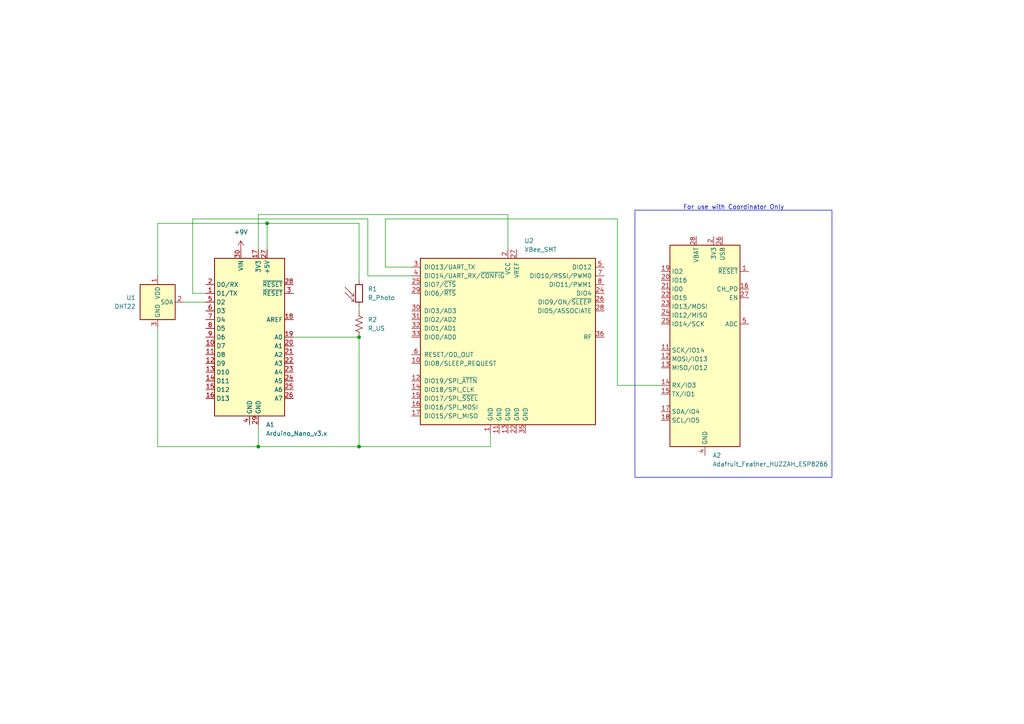
<source format=kicad_sch>
(kicad_sch (version 20230121) (generator eeschema)

  (uuid 68b89a23-f7f1-4aa7-a551-7b9b124fa8ed)

  (paper "A4")

  (title_block
    (title "WSN Module")
    (date "2024-04-28")
    (rev "1.0")
    (company "Bellarmine University")
  )

  (lib_symbols
    (symbol "Device:R_Photo" (pin_numbers hide) (pin_names (offset 0)) (in_bom yes) (on_board yes)
      (property "Reference" "R" (at 1.27 1.27 0)
        (effects (font (size 1.27 1.27)) (justify left))
      )
      (property "Value" "R_Photo" (at 1.27 0 0)
        (effects (font (size 1.27 1.27)) (justify left top))
      )
      (property "Footprint" "" (at 1.27 -6.35 90)
        (effects (font (size 1.27 1.27)) (justify left) hide)
      )
      (property "Datasheet" "~" (at 0 -1.27 0)
        (effects (font (size 1.27 1.27)) hide)
      )
      (property "ki_keywords" "resistor variable light sensitive opto LDR" (at 0 0 0)
        (effects (font (size 1.27 1.27)) hide)
      )
      (property "ki_description" "Photoresistor" (at 0 0 0)
        (effects (font (size 1.27 1.27)) hide)
      )
      (property "ki_fp_filters" "*LDR* R?LDR*" (at 0 0 0)
        (effects (font (size 1.27 1.27)) hide)
      )
      (symbol "R_Photo_0_1"
        (rectangle (start -1.016 2.54) (end 1.016 -2.54)
          (stroke (width 0.254) (type default))
          (fill (type none))
        )
        (polyline
          (pts
            (xy -1.524 -2.286)
            (xy -4.064 0.254)
          )
          (stroke (width 0) (type default))
          (fill (type none))
        )
        (polyline
          (pts
            (xy -1.524 -2.286)
            (xy -2.286 -2.286)
          )
          (stroke (width 0) (type default))
          (fill (type none))
        )
        (polyline
          (pts
            (xy -1.524 -2.286)
            (xy -1.524 -1.524)
          )
          (stroke (width 0) (type default))
          (fill (type none))
        )
        (polyline
          (pts
            (xy -1.524 -0.762)
            (xy -4.064 1.778)
          )
          (stroke (width 0) (type default))
          (fill (type none))
        )
        (polyline
          (pts
            (xy -1.524 -0.762)
            (xy -2.286 -0.762)
          )
          (stroke (width 0) (type default))
          (fill (type none))
        )
        (polyline
          (pts
            (xy -1.524 -0.762)
            (xy -1.524 0)
          )
          (stroke (width 0) (type default))
          (fill (type none))
        )
      )
      (symbol "R_Photo_1_1"
        (pin passive line (at 0 3.81 270) (length 1.27)
          (name "~" (effects (font (size 1.27 1.27))))
          (number "1" (effects (font (size 1.27 1.27))))
        )
        (pin passive line (at 0 -3.81 90) (length 1.27)
          (name "~" (effects (font (size 1.27 1.27))))
          (number "2" (effects (font (size 1.27 1.27))))
        )
      )
    )
    (symbol "Device:R_US" (pin_numbers hide) (pin_names (offset 0)) (in_bom yes) (on_board yes)
      (property "Reference" "R" (at 2.54 0 90)
        (effects (font (size 1.27 1.27)))
      )
      (property "Value" "R_US" (at -2.54 0 90)
        (effects (font (size 1.27 1.27)))
      )
      (property "Footprint" "" (at 1.016 -0.254 90)
        (effects (font (size 1.27 1.27)) hide)
      )
      (property "Datasheet" "~" (at 0 0 0)
        (effects (font (size 1.27 1.27)) hide)
      )
      (property "ki_keywords" "R res resistor" (at 0 0 0)
        (effects (font (size 1.27 1.27)) hide)
      )
      (property "ki_description" "Resistor, US symbol" (at 0 0 0)
        (effects (font (size 1.27 1.27)) hide)
      )
      (property "ki_fp_filters" "R_*" (at 0 0 0)
        (effects (font (size 1.27 1.27)) hide)
      )
      (symbol "R_US_0_1"
        (polyline
          (pts
            (xy 0 -2.286)
            (xy 0 -2.54)
          )
          (stroke (width 0) (type default))
          (fill (type none))
        )
        (polyline
          (pts
            (xy 0 2.286)
            (xy 0 2.54)
          )
          (stroke (width 0) (type default))
          (fill (type none))
        )
        (polyline
          (pts
            (xy 0 -0.762)
            (xy 1.016 -1.143)
            (xy 0 -1.524)
            (xy -1.016 -1.905)
            (xy 0 -2.286)
          )
          (stroke (width 0) (type default))
          (fill (type none))
        )
        (polyline
          (pts
            (xy 0 0.762)
            (xy 1.016 0.381)
            (xy 0 0)
            (xy -1.016 -0.381)
            (xy 0 -0.762)
          )
          (stroke (width 0) (type default))
          (fill (type none))
        )
        (polyline
          (pts
            (xy 0 2.286)
            (xy 1.016 1.905)
            (xy 0 1.524)
            (xy -1.016 1.143)
            (xy 0 0.762)
          )
          (stroke (width 0) (type default))
          (fill (type none))
        )
      )
      (symbol "R_US_1_1"
        (pin passive line (at 0 3.81 270) (length 1.27)
          (name "~" (effects (font (size 1.27 1.27))))
          (number "1" (effects (font (size 1.27 1.27))))
        )
        (pin passive line (at 0 -3.81 90) (length 1.27)
          (name "~" (effects (font (size 1.27 1.27))))
          (number "2" (effects (font (size 1.27 1.27))))
        )
      )
    )
    (symbol "MCU_Module:Adafruit_Feather_HUZZAH_ESP8266" (in_bom yes) (on_board yes)
      (property "Reference" "A" (at -10.16 29.21 0)
        (effects (font (size 1.27 1.27)) (justify left))
      )
      (property "Value" "Adafruit_Feather_HUZZAH_ESP8266" (at 2.54 -31.75 0)
        (effects (font (size 1.27 1.27)) (justify left))
      )
      (property "Footprint" "Module:Adafruit_Feather" (at 2.54 -34.29 0)
        (effects (font (size 1.27 1.27)) (justify left) hide)
      )
      (property "Datasheet" "https://cdn-learn.adafruit.com/downloads/pdf/adafruit-feather-huzzah-esp8266.pdf" (at 0 -30.48 0)
        (effects (font (size 1.27 1.27)) hide)
      )
      (property "ki_keywords" "Adafruit feather microcontroller module USB" (at 0 0 0)
        (effects (font (size 1.27 1.27)) hide)
      )
      (property "ki_description" "Microcontroller module with ESP8266 MCU" (at 0 0 0)
        (effects (font (size 1.27 1.27)) hide)
      )
      (property "ki_fp_filters" "Adafruit*Feather*" (at 0 0 0)
        (effects (font (size 1.27 1.27)) hide)
      )
      (symbol "Adafruit_Feather_HUZZAH_ESP8266_0_1"
        (rectangle (start -10.16 27.94) (end 10.16 -30.48)
          (stroke (width 0.254) (type default))
          (fill (type background))
        )
      )
      (symbol "Adafruit_Feather_HUZZAH_ESP8266_1_1"
        (pin input line (at 12.7 20.32 180) (length 2.54)
          (name "~{RESET}" (effects (font (size 1.27 1.27))))
          (number "1" (effects (font (size 1.27 1.27))))
        )
        (pin no_connect line (at 10.16 -7.62 180) (length 2.54) hide
          (name "NC" (effects (font (size 1.27 1.27))))
          (number "10" (effects (font (size 1.27 1.27))))
        )
        (pin bidirectional line (at -12.7 -2.54 0) (length 2.54)
          (name "SCK/IO14" (effects (font (size 1.27 1.27))))
          (number "11" (effects (font (size 1.27 1.27))))
        )
        (pin bidirectional line (at -12.7 -5.08 0) (length 2.54)
          (name "MOSI/IO13" (effects (font (size 1.27 1.27))))
          (number "12" (effects (font (size 1.27 1.27))))
        )
        (pin bidirectional line (at -12.7 -7.62 0) (length 2.54)
          (name "MISO/IO12" (effects (font (size 1.27 1.27))))
          (number "13" (effects (font (size 1.27 1.27))))
        )
        (pin bidirectional line (at -12.7 -12.7 0) (length 2.54)
          (name "RX/IO3" (effects (font (size 1.27 1.27))))
          (number "14" (effects (font (size 1.27 1.27))))
        )
        (pin bidirectional line (at -12.7 -15.24 0) (length 2.54)
          (name "TX/IO1" (effects (font (size 1.27 1.27))))
          (number "15" (effects (font (size 1.27 1.27))))
        )
        (pin bidirectional line (at 12.7 15.24 180) (length 2.54)
          (name "CH_PD" (effects (font (size 1.27 1.27))))
          (number "16" (effects (font (size 1.27 1.27))))
        )
        (pin bidirectional line (at -12.7 -20.32 0) (length 2.54)
          (name "SDA/IO4" (effects (font (size 1.27 1.27))))
          (number "17" (effects (font (size 1.27 1.27))))
        )
        (pin bidirectional line (at -12.7 -22.86 0) (length 2.54)
          (name "SCL/IO5" (effects (font (size 1.27 1.27))))
          (number "18" (effects (font (size 1.27 1.27))))
        )
        (pin bidirectional line (at -12.7 20.32 0) (length 2.54)
          (name "IO2" (effects (font (size 1.27 1.27))))
          (number "19" (effects (font (size 1.27 1.27))))
        )
        (pin power_in line (at 2.54 30.48 270) (length 2.54)
          (name "3V3" (effects (font (size 1.27 1.27))))
          (number "2" (effects (font (size 1.27 1.27))))
        )
        (pin bidirectional line (at -12.7 17.78 0) (length 2.54)
          (name "IO16" (effects (font (size 1.27 1.27))))
          (number "20" (effects (font (size 1.27 1.27))))
        )
        (pin bidirectional line (at -12.7 15.24 0) (length 2.54)
          (name "IO0" (effects (font (size 1.27 1.27))))
          (number "21" (effects (font (size 1.27 1.27))))
        )
        (pin bidirectional line (at -12.7 12.7 0) (length 2.54)
          (name "IO15" (effects (font (size 1.27 1.27))))
          (number "22" (effects (font (size 1.27 1.27))))
        )
        (pin bidirectional line (at -12.7 10.16 0) (length 2.54)
          (name "IO13/MOSI" (effects (font (size 1.27 1.27))))
          (number "23" (effects (font (size 1.27 1.27))))
        )
        (pin bidirectional line (at -12.7 7.62 0) (length 2.54)
          (name "IO12/MISO" (effects (font (size 1.27 1.27))))
          (number "24" (effects (font (size 1.27 1.27))))
        )
        (pin bidirectional line (at -12.7 5.08 0) (length 2.54)
          (name "IO14/SCK" (effects (font (size 1.27 1.27))))
          (number "25" (effects (font (size 1.27 1.27))))
        )
        (pin power_in line (at 5.08 30.48 270) (length 2.54)
          (name "USB" (effects (font (size 1.27 1.27))))
          (number "26" (effects (font (size 1.27 1.27))))
        )
        (pin input line (at 12.7 12.7 180) (length 2.54)
          (name "EN" (effects (font (size 1.27 1.27))))
          (number "27" (effects (font (size 1.27 1.27))))
        )
        (pin power_in line (at -2.54 30.48 270) (length 2.54)
          (name "VBAT" (effects (font (size 1.27 1.27))))
          (number "28" (effects (font (size 1.27 1.27))))
        )
        (pin no_connect line (at 10.16 10.16 180) (length 2.54) hide
          (name "NC" (effects (font (size 1.27 1.27))))
          (number "3" (effects (font (size 1.27 1.27))))
        )
        (pin power_in line (at 0 -33.02 90) (length 2.54)
          (name "GND" (effects (font (size 1.27 1.27))))
          (number "4" (effects (font (size 1.27 1.27))))
        )
        (pin bidirectional line (at 12.7 5.08 180) (length 2.54)
          (name "ADC" (effects (font (size 1.27 1.27))))
          (number "5" (effects (font (size 1.27 1.27))))
        )
        (pin no_connect line (at 10.16 2.54 180) (length 2.54) hide
          (name "NC" (effects (font (size 1.27 1.27))))
          (number "6" (effects (font (size 1.27 1.27))))
        )
        (pin no_connect line (at 10.16 0 180) (length 2.54) hide
          (name "NC" (effects (font (size 1.27 1.27))))
          (number "7" (effects (font (size 1.27 1.27))))
        )
        (pin no_connect line (at 10.16 -2.54 180) (length 2.54) hide
          (name "NC" (effects (font (size 1.27 1.27))))
          (number "8" (effects (font (size 1.27 1.27))))
        )
        (pin no_connect line (at 10.16 -5.08 180) (length 2.54) hide
          (name "NC" (effects (font (size 1.27 1.27))))
          (number "9" (effects (font (size 1.27 1.27))))
        )
      )
    )
    (symbol "MCU_Module:Arduino_Nano_v3.x" (in_bom yes) (on_board yes)
      (property "Reference" "A" (at -10.16 23.495 0)
        (effects (font (size 1.27 1.27)) (justify left bottom))
      )
      (property "Value" "Arduino_Nano_v3.x" (at 5.08 -24.13 0)
        (effects (font (size 1.27 1.27)) (justify left top))
      )
      (property "Footprint" "Module:Arduino_Nano" (at 0 0 0)
        (effects (font (size 1.27 1.27) italic) hide)
      )
      (property "Datasheet" "http://www.mouser.com/pdfdocs/Gravitech_Arduino_Nano3_0.pdf" (at 0 0 0)
        (effects (font (size 1.27 1.27)) hide)
      )
      (property "ki_keywords" "Arduino nano microcontroller module USB" (at 0 0 0)
        (effects (font (size 1.27 1.27)) hide)
      )
      (property "ki_description" "Arduino Nano v3.x" (at 0 0 0)
        (effects (font (size 1.27 1.27)) hide)
      )
      (property "ki_fp_filters" "Arduino*Nano*" (at 0 0 0)
        (effects (font (size 1.27 1.27)) hide)
      )
      (symbol "Arduino_Nano_v3.x_0_1"
        (rectangle (start -10.16 22.86) (end 10.16 -22.86)
          (stroke (width 0.254) (type default))
          (fill (type background))
        )
      )
      (symbol "Arduino_Nano_v3.x_1_1"
        (pin bidirectional line (at -12.7 12.7 0) (length 2.54)
          (name "D1/TX" (effects (font (size 1.27 1.27))))
          (number "1" (effects (font (size 1.27 1.27))))
        )
        (pin bidirectional line (at -12.7 -2.54 0) (length 2.54)
          (name "D7" (effects (font (size 1.27 1.27))))
          (number "10" (effects (font (size 1.27 1.27))))
        )
        (pin bidirectional line (at -12.7 -5.08 0) (length 2.54)
          (name "D8" (effects (font (size 1.27 1.27))))
          (number "11" (effects (font (size 1.27 1.27))))
        )
        (pin bidirectional line (at -12.7 -7.62 0) (length 2.54)
          (name "D9" (effects (font (size 1.27 1.27))))
          (number "12" (effects (font (size 1.27 1.27))))
        )
        (pin bidirectional line (at -12.7 -10.16 0) (length 2.54)
          (name "D10" (effects (font (size 1.27 1.27))))
          (number "13" (effects (font (size 1.27 1.27))))
        )
        (pin bidirectional line (at -12.7 -12.7 0) (length 2.54)
          (name "D11" (effects (font (size 1.27 1.27))))
          (number "14" (effects (font (size 1.27 1.27))))
        )
        (pin bidirectional line (at -12.7 -15.24 0) (length 2.54)
          (name "D12" (effects (font (size 1.27 1.27))))
          (number "15" (effects (font (size 1.27 1.27))))
        )
        (pin bidirectional line (at -12.7 -17.78 0) (length 2.54)
          (name "D13" (effects (font (size 1.27 1.27))))
          (number "16" (effects (font (size 1.27 1.27))))
        )
        (pin power_out line (at 2.54 25.4 270) (length 2.54)
          (name "3V3" (effects (font (size 1.27 1.27))))
          (number "17" (effects (font (size 1.27 1.27))))
        )
        (pin input line (at 12.7 5.08 180) (length 2.54)
          (name "AREF" (effects (font (size 1.27 1.27))))
          (number "18" (effects (font (size 1.27 1.27))))
        )
        (pin bidirectional line (at 12.7 0 180) (length 2.54)
          (name "A0" (effects (font (size 1.27 1.27))))
          (number "19" (effects (font (size 1.27 1.27))))
        )
        (pin bidirectional line (at -12.7 15.24 0) (length 2.54)
          (name "D0/RX" (effects (font (size 1.27 1.27))))
          (number "2" (effects (font (size 1.27 1.27))))
        )
        (pin bidirectional line (at 12.7 -2.54 180) (length 2.54)
          (name "A1" (effects (font (size 1.27 1.27))))
          (number "20" (effects (font (size 1.27 1.27))))
        )
        (pin bidirectional line (at 12.7 -5.08 180) (length 2.54)
          (name "A2" (effects (font (size 1.27 1.27))))
          (number "21" (effects (font (size 1.27 1.27))))
        )
        (pin bidirectional line (at 12.7 -7.62 180) (length 2.54)
          (name "A3" (effects (font (size 1.27 1.27))))
          (number "22" (effects (font (size 1.27 1.27))))
        )
        (pin bidirectional line (at 12.7 -10.16 180) (length 2.54)
          (name "A4" (effects (font (size 1.27 1.27))))
          (number "23" (effects (font (size 1.27 1.27))))
        )
        (pin bidirectional line (at 12.7 -12.7 180) (length 2.54)
          (name "A5" (effects (font (size 1.27 1.27))))
          (number "24" (effects (font (size 1.27 1.27))))
        )
        (pin bidirectional line (at 12.7 -15.24 180) (length 2.54)
          (name "A6" (effects (font (size 1.27 1.27))))
          (number "25" (effects (font (size 1.27 1.27))))
        )
        (pin bidirectional line (at 12.7 -17.78 180) (length 2.54)
          (name "A7" (effects (font (size 1.27 1.27))))
          (number "26" (effects (font (size 1.27 1.27))))
        )
        (pin power_out line (at 5.08 25.4 270) (length 2.54)
          (name "+5V" (effects (font (size 1.27 1.27))))
          (number "27" (effects (font (size 1.27 1.27))))
        )
        (pin input line (at 12.7 15.24 180) (length 2.54)
          (name "~{RESET}" (effects (font (size 1.27 1.27))))
          (number "28" (effects (font (size 1.27 1.27))))
        )
        (pin power_in line (at 2.54 -25.4 90) (length 2.54)
          (name "GND" (effects (font (size 1.27 1.27))))
          (number "29" (effects (font (size 1.27 1.27))))
        )
        (pin input line (at 12.7 12.7 180) (length 2.54)
          (name "~{RESET}" (effects (font (size 1.27 1.27))))
          (number "3" (effects (font (size 1.27 1.27))))
        )
        (pin power_in line (at -2.54 25.4 270) (length 2.54)
          (name "VIN" (effects (font (size 1.27 1.27))))
          (number "30" (effects (font (size 1.27 1.27))))
        )
        (pin power_in line (at 0 -25.4 90) (length 2.54)
          (name "GND" (effects (font (size 1.27 1.27))))
          (number "4" (effects (font (size 1.27 1.27))))
        )
        (pin bidirectional line (at -12.7 10.16 0) (length 2.54)
          (name "D2" (effects (font (size 1.27 1.27))))
          (number "5" (effects (font (size 1.27 1.27))))
        )
        (pin bidirectional line (at -12.7 7.62 0) (length 2.54)
          (name "D3" (effects (font (size 1.27 1.27))))
          (number "6" (effects (font (size 1.27 1.27))))
        )
        (pin bidirectional line (at -12.7 5.08 0) (length 2.54)
          (name "D4" (effects (font (size 1.27 1.27))))
          (number "7" (effects (font (size 1.27 1.27))))
        )
        (pin bidirectional line (at -12.7 2.54 0) (length 2.54)
          (name "D5" (effects (font (size 1.27 1.27))))
          (number "8" (effects (font (size 1.27 1.27))))
        )
        (pin bidirectional line (at -12.7 0 0) (length 2.54)
          (name "D6" (effects (font (size 1.27 1.27))))
          (number "9" (effects (font (size 1.27 1.27))))
        )
      )
    )
    (symbol "RF_ZigBee:XBee_SMT" (pin_names (offset 1.016)) (in_bom yes) (on_board yes)
      (property "Reference" "U" (at -24.384 26.162 0)
        (effects (font (size 1.27 1.27)))
      )
      (property "Value" "XBee_SMT" (at -20.828 24.384 0)
        (effects (font (size 1.27 1.27)))
      )
      (property "Footprint" "RF_Module:Digi_XBee_SMT" (at 21.336 -26.924 0)
        (effects (font (size 1.27 1.27)) hide)
      )
      (property "Datasheet" "http://www.digi.com/resources/documentation/digidocs/pdfs/90002126.pdf" (at 0 -10.16 0)
        (effects (font (size 1.27 1.27)) hide)
      )
      (property "ki_keywords" "Digi XBee" (at 0 0 0)
        (effects (font (size 1.27 1.27)) hide)
      )
      (property "ki_description" "Digi Xbee SMT RF module" (at 0 0 0)
        (effects (font (size 1.27 1.27)) hide)
      )
      (property "ki_fp_filters" "Digi*XBee*SMT*" (at 0 0 0)
        (effects (font (size 1.27 1.27)) hide)
      )
      (symbol "XBee_SMT_0_1"
        (rectangle (start -25.4 22.86) (end 25.4 -25.4)
          (stroke (width 0.254) (type default))
          (fill (type background))
        )
      )
      (symbol "XBee_SMT_1_1"
        (pin power_in line (at -5.08 -27.94 90) (length 2.54)
          (name "GND" (effects (font (size 1.27 1.27))))
          (number "1" (effects (font (size 1.27 1.27))))
        )
        (pin bidirectional line (at -27.94 -7.62 0) (length 2.54)
          (name "DIO8/SLEEP_REQUEST" (effects (font (size 1.27 1.27))))
          (number "10" (effects (font (size 1.27 1.27))))
        )
        (pin power_in line (at -2.54 -27.94 90) (length 2.54)
          (name "GND" (effects (font (size 1.27 1.27))))
          (number "11" (effects (font (size 1.27 1.27))))
        )
        (pin output line (at -27.94 -12.7 0) (length 2.54)
          (name "DIO19/SPI_~{ATTN}" (effects (font (size 1.27 1.27))))
          (number "12" (effects (font (size 1.27 1.27))))
        )
        (pin power_in line (at 0 -27.94 90) (length 2.54)
          (name "GND" (effects (font (size 1.27 1.27))))
          (number "13" (effects (font (size 1.27 1.27))))
        )
        (pin input line (at -27.94 -15.24 0) (length 2.54)
          (name "DIO18/SPI_CLK" (effects (font (size 1.27 1.27))))
          (number "14" (effects (font (size 1.27 1.27))))
        )
        (pin input line (at -27.94 -17.78 0) (length 2.54)
          (name "DIO17/SPI_~{SSEL}" (effects (font (size 1.27 1.27))))
          (number "15" (effects (font (size 1.27 1.27))))
        )
        (pin input line (at -27.94 -20.32 0) (length 2.54)
          (name "DIO16/SPI_MOSI" (effects (font (size 1.27 1.27))))
          (number "16" (effects (font (size 1.27 1.27))))
        )
        (pin output line (at -27.94 -22.86 0) (length 2.54)
          (name "DIO15/SPI_MISO" (effects (font (size 1.27 1.27))))
          (number "17" (effects (font (size 1.27 1.27))))
        )
        (pin no_connect line (at 25.4 -20.32 180) (length 2.54) hide
          (name "NC" (effects (font (size 1.27 1.27))))
          (number "18" (effects (font (size 1.27 1.27))))
        )
        (pin no_connect line (at 25.4 -17.78 180) (length 2.54) hide
          (name "NC" (effects (font (size 1.27 1.27))))
          (number "19" (effects (font (size 1.27 1.27))))
        )
        (pin power_in line (at 0 25.4 270) (length 2.54)
          (name "VCC" (effects (font (size 1.27 1.27))))
          (number "2" (effects (font (size 1.27 1.27))))
        )
        (pin no_connect line (at 25.4 -15.24 180) (length 2.54) hide
          (name "NC" (effects (font (size 1.27 1.27))))
          (number "20" (effects (font (size 1.27 1.27))))
        )
        (pin no_connect line (at 25.4 -12.7 180) (length 2.54) hide
          (name "NC" (effects (font (size 1.27 1.27))))
          (number "21" (effects (font (size 1.27 1.27))))
        )
        (pin power_in line (at 2.54 -27.94 90) (length 2.54)
          (name "GND" (effects (font (size 1.27 1.27))))
          (number "22" (effects (font (size 1.27 1.27))))
        )
        (pin no_connect line (at 25.4 -10.16 180) (length 2.54) hide
          (name "NC" (effects (font (size 1.27 1.27))))
          (number "23" (effects (font (size 1.27 1.27))))
        )
        (pin bidirectional line (at 27.94 12.7 180) (length 2.54)
          (name "DIO4" (effects (font (size 1.27 1.27))))
          (number "24" (effects (font (size 1.27 1.27))))
        )
        (pin bidirectional line (at -27.94 15.24 0) (length 2.54)
          (name "DIO7/~{CTS}" (effects (font (size 1.27 1.27))))
          (number "25" (effects (font (size 1.27 1.27))))
        )
        (pin bidirectional line (at 27.94 10.16 180) (length 2.54)
          (name "DIO9/ON/~{SLEEP}" (effects (font (size 1.27 1.27))))
          (number "26" (effects (font (size 1.27 1.27))))
        )
        (pin input line (at 2.54 25.4 270) (length 2.54)
          (name "VREF" (effects (font (size 1.27 1.27))))
          (number "27" (effects (font (size 1.27 1.27))))
        )
        (pin bidirectional line (at 27.94 7.62 180) (length 2.54)
          (name "DIO5/ASSOCIATE" (effects (font (size 1.27 1.27))))
          (number "28" (effects (font (size 1.27 1.27))))
        )
        (pin bidirectional line (at -27.94 12.7 0) (length 2.54)
          (name "DIO6/~{RTS}" (effects (font (size 1.27 1.27))))
          (number "29" (effects (font (size 1.27 1.27))))
        )
        (pin bidirectional line (at -27.94 20.32 0) (length 2.54)
          (name "DIO13/UART_TX" (effects (font (size 1.27 1.27))))
          (number "3" (effects (font (size 1.27 1.27))))
        )
        (pin bidirectional line (at -27.94 7.62 0) (length 2.54)
          (name "DIO3/AD3" (effects (font (size 1.27 1.27))))
          (number "30" (effects (font (size 1.27 1.27))))
        )
        (pin bidirectional line (at -27.94 5.08 0) (length 2.54)
          (name "DIO2/AD2" (effects (font (size 1.27 1.27))))
          (number "31" (effects (font (size 1.27 1.27))))
        )
        (pin bidirectional line (at -27.94 2.54 0) (length 2.54)
          (name "DIO1/AD1" (effects (font (size 1.27 1.27))))
          (number "32" (effects (font (size 1.27 1.27))))
        )
        (pin bidirectional line (at -27.94 0 0) (length 2.54)
          (name "DIO0/AD0" (effects (font (size 1.27 1.27))))
          (number "33" (effects (font (size 1.27 1.27))))
        )
        (pin no_connect line (at 25.4 -7.62 180) (length 2.54) hide
          (name "NC" (effects (font (size 1.27 1.27))))
          (number "34" (effects (font (size 1.27 1.27))))
        )
        (pin power_in line (at 5.08 -27.94 90) (length 2.54)
          (name "GND" (effects (font (size 1.27 1.27))))
          (number "35" (effects (font (size 1.27 1.27))))
        )
        (pin bidirectional line (at 27.94 0 180) (length 2.54)
          (name "RF" (effects (font (size 1.27 1.27))))
          (number "36" (effects (font (size 1.27 1.27))))
        )
        (pin no_connect line (at 25.4 -5.08 180) (length 2.54) hide
          (name "NC" (effects (font (size 1.27 1.27))))
          (number "37" (effects (font (size 1.27 1.27))))
        )
        (pin bidirectional line (at -27.94 17.78 0) (length 2.54)
          (name "DIO14/UART_RX/~{CONFIG}" (effects (font (size 1.27 1.27))))
          (number "4" (effects (font (size 1.27 1.27))))
        )
        (pin bidirectional line (at 27.94 20.32 180) (length 2.54)
          (name "DIO12" (effects (font (size 1.27 1.27))))
          (number "5" (effects (font (size 1.27 1.27))))
        )
        (pin bidirectional line (at -27.94 -5.08 0) (length 2.54)
          (name "RESET/OD_OUT" (effects (font (size 1.27 1.27))))
          (number "6" (effects (font (size 1.27 1.27))))
        )
        (pin bidirectional line (at 27.94 17.78 180) (length 2.54)
          (name "DIO10/RSSI/PWM0" (effects (font (size 1.27 1.27))))
          (number "7" (effects (font (size 1.27 1.27))))
        )
        (pin bidirectional line (at 27.94 15.24 180) (length 2.54)
          (name "DIO11/PWM1" (effects (font (size 1.27 1.27))))
          (number "8" (effects (font (size 1.27 1.27))))
        )
        (pin no_connect line (at 25.4 -22.86 180) (length 2.54) hide
          (name "NC" (effects (font (size 1.27 1.27))))
          (number "9" (effects (font (size 1.27 1.27))))
        )
      )
    )
    (symbol "Sensor:AM2302" (in_bom yes) (on_board yes)
      (property "Reference" "U" (at -3.81 6.35 0)
        (effects (font (size 1.27 1.27)))
      )
      (property "Value" "AM2302" (at 3.81 6.35 0)
        (effects (font (size 1.27 1.27)))
      )
      (property "Footprint" "Sensor:ASAIR_AM2302_P2.54mm_Vertical" (at 0 -10.16 0)
        (effects (font (size 1.27 1.27)) hide)
      )
      (property "Datasheet" "http://akizukidenshi.com/download/ds/aosong/AM2302.pdf" (at 3.81 6.35 0)
        (effects (font (size 1.27 1.27)) hide)
      )
      (property "ki_keywords" "digital sensor" (at 0 0 0)
        (effects (font (size 1.27 1.27)) hide)
      )
      (property "ki_description" "3.3 to 5.0V, Temperature and humidity module,  DHT22, AM2302" (at 0 0 0)
        (effects (font (size 1.27 1.27)) hide)
      )
      (property "ki_fp_filters" "ASAIR*AM2302*P2.54mm*" (at 0 0 0)
        (effects (font (size 1.27 1.27)) hide)
      )
      (symbol "AM2302_0_1"
        (rectangle (start -5.08 5.08) (end 5.08 -5.08)
          (stroke (width 0.254) (type default))
          (fill (type background))
        )
      )
      (symbol "AM2302_1_1"
        (pin power_in line (at 0 7.62 270) (length 2.54)
          (name "VDD" (effects (font (size 1.27 1.27))))
          (number "1" (effects (font (size 1.27 1.27))))
        )
        (pin bidirectional line (at 7.62 0 180) (length 2.54)
          (name "SDA" (effects (font (size 1.27 1.27))))
          (number "2" (effects (font (size 1.27 1.27))))
        )
        (pin power_in line (at 0 -7.62 90) (length 2.54)
          (name "GND" (effects (font (size 1.27 1.27))))
          (number "3" (effects (font (size 1.27 1.27))))
        )
        (pin passive line (at 0 -7.62 90) (length 2.54) hide
          (name "GND" (effects (font (size 1.27 1.27))))
          (number "4" (effects (font (size 1.27 1.27))))
        )
      )
    )
    (symbol "power:+9V" (power) (pin_names (offset 0)) (in_bom yes) (on_board yes)
      (property "Reference" "#PWR" (at 0 -3.81 0)
        (effects (font (size 1.27 1.27)) hide)
      )
      (property "Value" "+9V" (at 0 3.556 0)
        (effects (font (size 1.27 1.27)))
      )
      (property "Footprint" "" (at 0 0 0)
        (effects (font (size 1.27 1.27)) hide)
      )
      (property "Datasheet" "" (at 0 0 0)
        (effects (font (size 1.27 1.27)) hide)
      )
      (property "ki_keywords" "global power" (at 0 0 0)
        (effects (font (size 1.27 1.27)) hide)
      )
      (property "ki_description" "Power symbol creates a global label with name \"+9V\"" (at 0 0 0)
        (effects (font (size 1.27 1.27)) hide)
      )
      (symbol "+9V_0_1"
        (polyline
          (pts
            (xy -0.762 1.27)
            (xy 0 2.54)
          )
          (stroke (width 0) (type default))
          (fill (type none))
        )
        (polyline
          (pts
            (xy 0 0)
            (xy 0 2.54)
          )
          (stroke (width 0) (type default))
          (fill (type none))
        )
        (polyline
          (pts
            (xy 0 2.54)
            (xy 0.762 1.27)
          )
          (stroke (width 0) (type default))
          (fill (type none))
        )
      )
      (symbol "+9V_1_1"
        (pin power_in line (at 0 0 90) (length 0) hide
          (name "+9V" (effects (font (size 1.27 1.27))))
          (number "1" (effects (font (size 1.27 1.27))))
        )
      )
    )
  )

  (junction (at 77.47 64.77) (diameter 0) (color 0 0 0 0)
    (uuid 184b0db0-e240-4f33-9b45-111cf94f14ec)
  )
  (junction (at 74.93 129.54) (diameter 0) (color 0 0 0 0)
    (uuid 3d47db33-284b-432b-b101-7a742131016d)
  )
  (junction (at 104.14 129.54) (diameter 0) (color 0 0 0 0)
    (uuid a03ffa9d-d915-4a54-b80f-83c095972e23)
  )
  (junction (at 104.14 97.79) (diameter 0) (color 0 0 0 0)
    (uuid c8090564-b882-49b2-b664-5fd031d3ba64)
  )

  (wire (pts (xy 106.68 80.01) (xy 106.68 63.5))
    (stroke (width 0) (type default))
    (uuid 12f4c819-6c62-4b7b-acb4-2854f3a38678)
  )
  (wire (pts (xy 45.72 80.01) (xy 45.72 64.77))
    (stroke (width 0) (type default))
    (uuid 13fd3578-2767-4443-80af-1a74ff2d9a82)
  )
  (wire (pts (xy 179.07 63.5) (xy 179.07 111.76))
    (stroke (width 0) (type default))
    (uuid 190bc2af-fb5e-48df-80dd-3b874f7bb53a)
  )
  (wire (pts (xy 142.24 129.54) (xy 142.24 125.73))
    (stroke (width 0) (type default))
    (uuid 22987f08-7488-4247-9135-28668041a07d)
  )
  (wire (pts (xy 104.14 129.54) (xy 142.24 129.54))
    (stroke (width 0) (type default))
    (uuid 24f5de8d-0733-448f-bf83-e5c277436f35)
  )
  (wire (pts (xy 45.72 64.77) (xy 77.47 64.77))
    (stroke (width 0) (type default))
    (uuid 2981dfac-3325-45a6-8be4-79ae81731dd2)
  )
  (wire (pts (xy 119.38 80.01) (xy 106.68 80.01))
    (stroke (width 0) (type default))
    (uuid 355587a5-15f9-4df5-8081-b59fd285ef5d)
  )
  (wire (pts (xy 104.14 97.79) (xy 104.14 129.54))
    (stroke (width 0) (type default))
    (uuid 3896e871-2464-426d-a3b3-bb7b79423e82)
  )
  (wire (pts (xy 111.76 63.5) (xy 179.07 63.5))
    (stroke (width 0) (type default))
    (uuid 4a889956-7c72-4e5b-807e-f216302ae3a4)
  )
  (wire (pts (xy 111.76 77.47) (xy 111.76 63.5))
    (stroke (width 0) (type default))
    (uuid 5b2b7fb6-f85b-4f60-9c09-a71e4a6c372d)
  )
  (wire (pts (xy 104.14 129.54) (xy 74.93 129.54))
    (stroke (width 0) (type default))
    (uuid 66157b00-6f3e-43c6-a81d-3c25a9390e58)
  )
  (wire (pts (xy 147.32 72.39) (xy 147.32 62.23))
    (stroke (width 0) (type default))
    (uuid 6f353524-7889-4b15-998b-78c022a8b8e6)
  )
  (wire (pts (xy 59.69 85.09) (xy 55.88 85.09))
    (stroke (width 0) (type default))
    (uuid 799a82f3-28ef-4ce0-a7a4-f31506b36f3e)
  )
  (wire (pts (xy 45.72 129.54) (xy 74.93 129.54))
    (stroke (width 0) (type default))
    (uuid 944d0632-5153-4945-a308-c8c2a8b99f73)
  )
  (wire (pts (xy 53.34 87.63) (xy 59.69 87.63))
    (stroke (width 0) (type default))
    (uuid 95eae4f8-29a5-49b8-b6ed-b732acbcd114)
  )
  (wire (pts (xy 106.68 63.5) (xy 55.88 63.5))
    (stroke (width 0) (type default))
    (uuid a9885605-9ebe-46a3-86f0-9f51f328bb54)
  )
  (wire (pts (xy 147.32 62.23) (xy 74.93 62.23))
    (stroke (width 0) (type default))
    (uuid aa427cc4-dbb8-4267-9455-92b270eb4030)
  )
  (wire (pts (xy 104.14 64.77) (xy 77.47 64.77))
    (stroke (width 0) (type default))
    (uuid d07d1b51-a32f-45b1-b9b2-d2d466634c91)
  )
  (wire (pts (xy 104.14 88.9) (xy 104.14 90.17))
    (stroke (width 0) (type default))
    (uuid d7aea899-2577-4724-acbc-4bbb3b655528)
  )
  (wire (pts (xy 77.47 64.77) (xy 77.47 72.39))
    (stroke (width 0) (type default))
    (uuid de68af17-aa0e-4cf7-a337-a8a5095da7a7)
  )
  (wire (pts (xy 45.72 95.25) (xy 45.72 129.54))
    (stroke (width 0) (type default))
    (uuid dec293f6-3799-4fcf-929f-fe4dcc70535d)
  )
  (wire (pts (xy 55.88 85.09) (xy 55.88 63.5))
    (stroke (width 0) (type default))
    (uuid e05635fb-41c3-498a-93bc-65047cceeaaa)
  )
  (wire (pts (xy 85.09 97.79) (xy 104.14 97.79))
    (stroke (width 0) (type default))
    (uuid e17f7f7d-043d-48cd-83a7-d63dc0d82361)
  )
  (wire (pts (xy 74.93 129.54) (xy 74.93 123.19))
    (stroke (width 0) (type default))
    (uuid e514de6a-c9bc-474d-b273-ad89c04b742c)
  )
  (wire (pts (xy 104.14 64.77) (xy 104.14 81.28))
    (stroke (width 0) (type default))
    (uuid e96f6a73-4a99-474f-be46-3405376258c3)
  )
  (wire (pts (xy 119.38 77.47) (xy 111.76 77.47))
    (stroke (width 0) (type default))
    (uuid eb06bd21-8de2-4044-a13a-08b572f9d47d)
  )
  (wire (pts (xy 74.93 62.23) (xy 74.93 72.39))
    (stroke (width 0) (type default))
    (uuid edaa1171-b1f3-4c05-8fcf-baf30d8898b7)
  )
  (wire (pts (xy 179.07 111.76) (xy 191.77 111.76))
    (stroke (width 0) (type default))
    (uuid fc7c6138-6fa6-4758-9d29-4447ac36fa39)
  )

  (rectangle (start 184.15 60.96) (end 241.3 138.43)
    (stroke (width 0) (type default))
    (fill (type none))
    (uuid 2c3111bd-efe9-42d4-a1b7-dd62b3a48b4f)
  )

  (text "For use with Coordinator Only" (at 198.12 60.96 0)
    (effects (font (size 1.27 1.27)) (justify left bottom))
    (uuid 63f42ddf-fc3d-4d1e-805c-deb8a712f419)
  )

  (symbol (lib_id "RF_ZigBee:XBee_SMT") (at 147.32 97.79 0) (unit 1)
    (in_bom yes) (on_board yes) (dnp no) (fields_autoplaced)
    (uuid 205e24d0-01d4-40b9-8bd5-a29c6897998f)
    (property "Reference" "U2" (at 152.0541 69.85 0)
      (effects (font (size 1.27 1.27)) (justify left))
    )
    (property "Value" "XBee_SMT" (at 152.0541 72.39 0)
      (effects (font (size 1.27 1.27)) (justify left))
    )
    (property "Footprint" "RF_Module:Digi_XBee_SMT" (at 168.656 124.714 0)
      (effects (font (size 1.27 1.27)) hide)
    )
    (property "Datasheet" "http://www.digi.com/resources/documentation/digidocs/pdfs/90002126.pdf" (at 147.32 107.95 0)
      (effects (font (size 1.27 1.27)) hide)
    )
    (pin "35" (uuid 8e903c68-d539-4906-be2b-0cd8bae3adf5))
    (pin "1" (uuid 9109e6e0-d5a7-48ef-895e-16000caf3eb9))
    (pin "25" (uuid 15c5ced2-f643-4006-ab30-abfb8f76118c))
    (pin "4" (uuid 757b6a0e-f974-4be3-92df-517cbf9b9b4c))
    (pin "14" (uuid e7958fc3-9908-41fc-a249-720c40f5957c))
    (pin "23" (uuid 97fd656a-40ce-4c7c-93f0-028e70a5e90d))
    (pin "31" (uuid 00164130-270e-454b-a2f5-f8371adca07e))
    (pin "20" (uuid 6f7bc669-280f-4ec4-a32d-f0385202f726))
    (pin "21" (uuid c9fffe58-3e96-4e48-8cf8-ecdecc32a375))
    (pin "26" (uuid 8c1c60e1-a262-47b8-9db3-d0e15a8c1599))
    (pin "19" (uuid ca6ad7ea-5095-44b8-ab8a-88be989a7322))
    (pin "22" (uuid 8651a242-9b45-4ee0-953e-878f9243ff3e))
    (pin "18" (uuid 0ddc87f8-694d-4fb6-aeb0-ace08c335036))
    (pin "28" (uuid b9f08488-071d-45cd-8fd7-6ae12d3cbeb6))
    (pin "8" (uuid 6c4cf7d4-5704-47a4-aed3-c8f4eadcc0ba))
    (pin "6" (uuid 4dfd1430-90bf-4322-9a6f-bd468ce3a022))
    (pin "15" (uuid dcf4aeb4-5397-4471-850a-47f289e752b6))
    (pin "24" (uuid 3cbb934d-414a-4ee9-8e0e-d6e57ff28b8f))
    (pin "30" (uuid 21e87ab5-15b9-4dbb-94fe-d85edb99f740))
    (pin "10" (uuid af997baa-ceb0-4aeb-ab73-7636c82eecc3))
    (pin "5" (uuid b5f3056c-3fb7-45b7-a996-d621a79b8dbe))
    (pin "12" (uuid ca84bf3d-6c82-40e3-a145-aeebe7aaccc6))
    (pin "2" (uuid 7be8e08a-8cfe-49f2-89ee-39c6e32034f8))
    (pin "17" (uuid 63c9f194-88b6-41ee-82ed-b0be33969630))
    (pin "9" (uuid a8382d29-0ea2-4241-9232-014c1147e574))
    (pin "29" (uuid bbf20213-82e0-427a-9297-6ca11e4bf264))
    (pin "3" (uuid 2ed710ed-1103-44ac-b982-379cae8353e2))
    (pin "34" (uuid d754abcc-0659-4960-b285-5fe37c3da661))
    (pin "36" (uuid 09cf3622-5502-485d-8a19-5de1989af5f7))
    (pin "16" (uuid 3d11e1bc-d0ca-4e0b-b01e-85405fb8028a))
    (pin "32" (uuid 0cff330a-afe2-4ce5-8473-b491209dc7a8))
    (pin "37" (uuid 1910c6b1-903c-4551-8042-b390a6a4f845))
    (pin "7" (uuid 52cbe7e2-406c-44cd-bd30-34c5dbabf4bd))
    (pin "33" (uuid d99134f8-56f4-4120-ad04-01551ed3f2dc))
    (pin "11" (uuid 30f9093d-1642-434f-a965-1ffef3bc4986))
    (pin "13" (uuid e0fb301b-9983-4890-b0ee-ef6e8d52096d))
    (pin "27" (uuid 67e092f8-28e2-4180-80fd-4620511960ff))
    (instances
      (project "zigbee"
        (path "/68b89a23-f7f1-4aa7-a551-7b9b124fa8ed"
          (reference "U2") (unit 1)
        )
      )
    )
  )

  (symbol (lib_id "MCU_Module:Adafruit_Feather_HUZZAH_ESP8266") (at 204.47 99.06 0) (unit 1)
    (in_bom yes) (on_board yes) (dnp no) (fields_autoplaced)
    (uuid 2caf56d8-f653-4a50-932d-9227d59fa31f)
    (property "Reference" "A2" (at 206.6641 132.08 0)
      (effects (font (size 1.27 1.27)) (justify left))
    )
    (property "Value" "Adafruit_Feather_HUZZAH_ESP8266" (at 206.6641 134.62 0)
      (effects (font (size 1.27 1.27)) (justify left))
    )
    (property "Footprint" "Module:Adafruit_Feather" (at 207.01 133.35 0)
      (effects (font (size 1.27 1.27)) (justify left) hide)
    )
    (property "Datasheet" "https://cdn-learn.adafruit.com/downloads/pdf/adafruit-feather-huzzah-esp8266.pdf" (at 204.47 129.54 0)
      (effects (font (size 1.27 1.27)) hide)
    )
    (pin "11" (uuid 6b4b82a6-5eb6-4ce7-9b7f-7223be5ac026))
    (pin "6" (uuid fb192a47-6a15-41bc-81de-c6072ba38615))
    (pin "9" (uuid 371f7b49-0cb2-4a11-8bf2-d656e99f0354))
    (pin "17" (uuid 089a1c3a-e7ea-4bf6-a3ac-041c8b49b527))
    (pin "5" (uuid fa2c3278-9327-4964-b414-1a79d2c7c8f5))
    (pin "21" (uuid 0d017652-2a2d-4fae-99bb-d2db9294b8f4))
    (pin "26" (uuid 07ca9281-a487-42a8-ae10-4fbbac8c330e))
    (pin "7" (uuid f1fd779b-bcd4-4004-8237-96a2d258eada))
    (pin "8" (uuid 5a77bab1-fc9e-481a-9f03-d3926b06fa58))
    (pin "24" (uuid 27ea09b9-40a8-4bb9-ae25-46a064494d7b))
    (pin "12" (uuid 1da6c78c-6b07-45ac-bbd9-fc640f893acf))
    (pin "25" (uuid 5440380c-2366-4d92-a952-01e6a93931df))
    (pin "28" (uuid f65ab089-3dee-42cf-bd30-505e18b1b937))
    (pin "3" (uuid e56da772-335f-4bc5-b05a-f87790c81588))
    (pin "16" (uuid f8006a0e-507d-4168-8f92-0a86e71b2f65))
    (pin "20" (uuid cbe2da76-6c6b-4159-9a6e-c86dfaf60c08))
    (pin "19" (uuid b21230bb-eb1e-4a2e-b640-e974174d2962))
    (pin "22" (uuid 295637f3-1a05-4ac0-b1e8-d7282149c01a))
    (pin "14" (uuid c747eade-f172-4ebc-b042-530567aa6618))
    (pin "23" (uuid 3765ddff-6cfb-4ad9-831c-8fc1364a9071))
    (pin "13" (uuid 95f37e60-5054-4928-a971-f8e5971a5599))
    (pin "15" (uuid 78fc90ac-c0bd-4266-bf3d-7a31a6820b7b))
    (pin "2" (uuid 216a1cb7-beec-407a-8dde-ed57ebd2a535))
    (pin "18" (uuid 4e12387b-1d7e-440f-b00a-81d8ab630861))
    (pin "27" (uuid 5f9157b4-523e-4963-a4c7-603305e84d7f))
    (pin "1" (uuid 497a0284-b3d6-4f45-b7c1-116a7da3e6b0))
    (pin "4" (uuid 2046f4b8-63bb-4007-ac86-f2d0e01c28bb))
    (pin "10" (uuid 901956cb-7776-497d-b4fd-1a6740fba873))
    (instances
      (project "zigbee"
        (path "/68b89a23-f7f1-4aa7-a551-7b9b124fa8ed"
          (reference "A2") (unit 1)
        )
      )
    )
  )

  (symbol (lib_id "MCU_Module:Arduino_Nano_v3.x") (at 72.39 97.79 0) (unit 1)
    (in_bom yes) (on_board yes) (dnp no) (fields_autoplaced)
    (uuid 42d120e3-85d1-4468-8922-856700879de4)
    (property "Reference" "A1" (at 77.1241 123.19 0)
      (effects (font (size 1.27 1.27)) (justify left))
    )
    (property "Value" "Arduino_Nano_v3.x" (at 77.1241 125.73 0)
      (effects (font (size 1.27 1.27)) (justify left))
    )
    (property "Footprint" "Module:Arduino_Nano" (at 72.39 97.79 0)
      (effects (font (size 1.27 1.27) italic) hide)
    )
    (property "Datasheet" "http://www.mouser.com/pdfdocs/Gravitech_Arduino_Nano3_0.pdf" (at 72.39 97.79 0)
      (effects (font (size 1.27 1.27)) hide)
    )
    (pin "12" (uuid 0230a4d8-56fd-42ee-9658-944c4616eabe))
    (pin "25" (uuid 06d9bdd2-4331-44ff-b877-a2d909a3e14a))
    (pin "10" (uuid c429744c-e445-4841-a6cc-e8ceb5096802))
    (pin "14" (uuid 9376fbde-e4b9-49bd-a4e5-3044330745ac))
    (pin "20" (uuid 3e01c428-d2c3-437f-9547-02735d457432))
    (pin "29" (uuid 487bfc23-0b65-4284-b290-721c061807dd))
    (pin "6" (uuid cf035e62-e83a-4b7e-a8a4-4328a54cae1a))
    (pin "19" (uuid 40615ef6-f8d9-43ca-a4bd-1d6cd16c6c8e))
    (pin "2" (uuid effa45ad-7cfd-488e-8b7f-8305c15af8f0))
    (pin "16" (uuid 0ed9916d-0e98-4b22-b3f3-f2268124a81c))
    (pin "4" (uuid 9be96108-97b4-433d-b194-19ff437d1455))
    (pin "15" (uuid 036565ad-0703-4b0b-ba45-5497d4dd5489))
    (pin "17" (uuid f1bae0ff-f67d-42ae-a7ca-02cd3f2b2535))
    (pin "9" (uuid 34712ec2-6fff-4be5-874e-0d1458b927ad))
    (pin "13" (uuid f29f183a-c082-4b1e-8a47-a389769fce99))
    (pin "3" (uuid cf574e87-f4d8-400c-8e4c-2f603ba2fbf7))
    (pin "1" (uuid c9cf0148-2fbe-4f51-920e-e379777280b9))
    (pin "23" (uuid 829c5a41-a4c9-47d9-b4a4-08b27b4cc7f8))
    (pin "7" (uuid f95acb9b-2801-47bb-99db-108c17a00772))
    (pin "24" (uuid 4e924784-d020-4525-ab72-91b7e83aa35e))
    (pin "11" (uuid fc03e0dd-51be-4254-9506-db0cbc954aa1))
    (pin "21" (uuid c07479b4-1fca-42f9-b74f-0371f947479b))
    (pin "26" (uuid 90bcb701-04db-46c3-a0b4-1c8f62c8a228))
    (pin "28" (uuid bc4f4927-005d-4c2d-a75b-2d1345fad88f))
    (pin "30" (uuid 46e92f10-b185-4c8f-b656-d54ca70c7dce))
    (pin "5" (uuid 9b48cd94-adce-44d9-95d2-7314b643dabd))
    (pin "18" (uuid 5949d961-5f68-41a9-9539-bc14e9266117))
    (pin "8" (uuid de87fe7c-0f11-47c2-bf54-54a234876074))
    (pin "22" (uuid b2e6bd0b-01f4-47e5-8ba6-dbeb3ee7f40f))
    (pin "27" (uuid bc112964-b5fa-4071-8b10-e207ec0dea5e))
    (instances
      (project "zigbee"
        (path "/68b89a23-f7f1-4aa7-a551-7b9b124fa8ed"
          (reference "A1") (unit 1)
        )
      )
    )
  )

  (symbol (lib_id "power:+9V") (at 69.85 72.39 0) (unit 1)
    (in_bom yes) (on_board yes) (dnp no) (fields_autoplaced)
    (uuid d3384475-b06b-4c5e-a1ca-b8be2884fe4c)
    (property "Reference" "#PWR01" (at 69.85 76.2 0)
      (effects (font (size 1.27 1.27)) hide)
    )
    (property "Value" "+9V" (at 69.85 67.31 0)
      (effects (font (size 1.27 1.27)))
    )
    (property "Footprint" "" (at 69.85 72.39 0)
      (effects (font (size 1.27 1.27)) hide)
    )
    (property "Datasheet" "" (at 69.85 72.39 0)
      (effects (font (size 1.27 1.27)) hide)
    )
    (pin "1" (uuid 668306f1-bedb-4542-9b21-20cb2663beba))
    (instances
      (project "zigbee"
        (path "/68b89a23-f7f1-4aa7-a551-7b9b124fa8ed"
          (reference "#PWR01") (unit 1)
        )
      )
    )
  )

  (symbol (lib_id "Device:R_US") (at 104.14 93.98 0) (unit 1)
    (in_bom yes) (on_board yes) (dnp no) (fields_autoplaced)
    (uuid e7a7ab6a-87e7-4bff-be41-19f6e258ada8)
    (property "Reference" "R2" (at 106.68 92.71 0)
      (effects (font (size 1.27 1.27)) (justify left))
    )
    (property "Value" "R_US" (at 106.68 95.25 0)
      (effects (font (size 1.27 1.27)) (justify left))
    )
    (property "Footprint" "" (at 105.156 94.234 90)
      (effects (font (size 1.27 1.27)) hide)
    )
    (property "Datasheet" "~" (at 104.14 93.98 0)
      (effects (font (size 1.27 1.27)) hide)
    )
    (pin "1" (uuid ff281db5-0773-4c68-a3fe-781a5ad05e13))
    (pin "2" (uuid a5015d20-40ff-4474-8d23-cf7a5f8c1fe8))
    (instances
      (project "zigbee"
        (path "/68b89a23-f7f1-4aa7-a551-7b9b124fa8ed"
          (reference "R2") (unit 1)
        )
      )
    )
  )

  (symbol (lib_id "Sensor:AM2302") (at 45.72 87.63 0) (unit 1)
    (in_bom yes) (on_board yes) (dnp no) (fields_autoplaced)
    (uuid f5603077-4330-4a9d-9cd7-121b7ade4082)
    (property "Reference" "U1" (at 39.37 86.36 0)
      (effects (font (size 1.27 1.27)) (justify right))
    )
    (property "Value" "DHT22" (at 39.37 88.9 0)
      (effects (font (size 1.27 1.27)) (justify right))
    )
    (property "Footprint" "Sensor:ASAIR_AM2302_P2.54mm_Vertical" (at 45.72 97.79 0)
      (effects (font (size 1.27 1.27)) hide)
    )
    (property "Datasheet" "http://akizukidenshi.com/download/ds/aosong/AM2302.pdf" (at 49.53 81.28 0)
      (effects (font (size 1.27 1.27)) hide)
    )
    (pin "3" (uuid ede33da7-e86c-4cbc-9b8b-ef2e33e31792))
    (pin "2" (uuid 27176ebe-c970-4564-81e3-f32fb3010008))
    (pin "1" (uuid 50917eb2-38c1-4750-a1c7-5b2286fbfdbe))
    (pin "4" (uuid 550f1b42-f0b2-48aa-bb0f-f981972df68f))
    (instances
      (project "zigbee"
        (path "/68b89a23-f7f1-4aa7-a551-7b9b124fa8ed"
          (reference "U1") (unit 1)
        )
      )
    )
  )

  (symbol (lib_id "Device:R_Photo") (at 104.14 85.09 0) (unit 1)
    (in_bom yes) (on_board yes) (dnp no) (fields_autoplaced)
    (uuid f852bb87-aa85-4fbd-a113-73b3c1352322)
    (property "Reference" "R1" (at 106.68 83.82 0)
      (effects (font (size 1.27 1.27)) (justify left))
    )
    (property "Value" "R_Photo" (at 106.68 86.36 0)
      (effects (font (size 1.27 1.27)) (justify left))
    )
    (property "Footprint" "" (at 105.41 91.44 90)
      (effects (font (size 1.27 1.27)) (justify left) hide)
    )
    (property "Datasheet" "~" (at 104.14 86.36 0)
      (effects (font (size 1.27 1.27)) hide)
    )
    (pin "1" (uuid e10a5559-b867-4e9e-b2b6-64a66345a013))
    (pin "2" (uuid 074e3266-5301-473d-8442-10011b36a0d2))
    (instances
      (project "zigbee"
        (path "/68b89a23-f7f1-4aa7-a551-7b9b124fa8ed"
          (reference "R1") (unit 1)
        )
      )
    )
  )

  (sheet_instances
    (path "/" (page "1"))
  )
)

</source>
